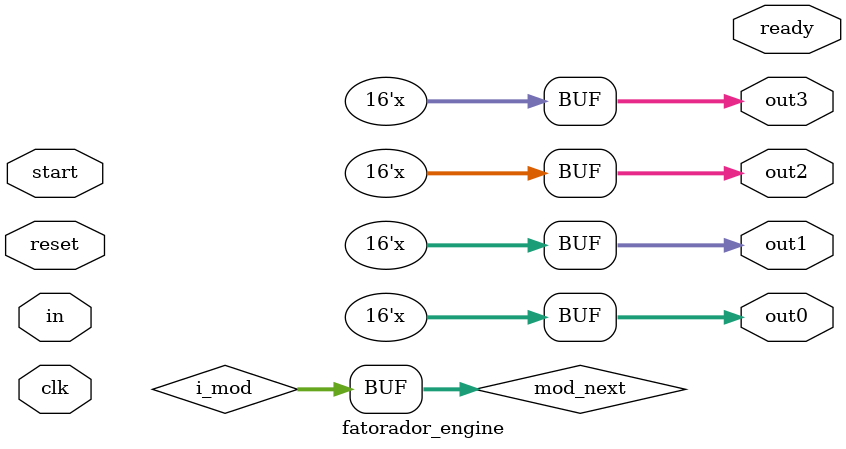
<source format=v>
module fatorador_engine (
    input clk, reset,
    input start,
    input [15:0]in,
    output wire ready,
    output reg [15:0]out0,
    output reg [15:0]out1,
    output reg [15:0]out2,
    output reg [15:0]out3
  );

  // symbolic state declaration:
  localparam[2:0]
    idle = 2'b01,
    op   = 2'b10;

  // signal declaration:
  reg  [1:0]state_reg, state_next = idle;
  reg  [3:0]idx;
  reg [15:0]i, i_reg, i_next, i_mod, mod_next, primes_buff[3:0];
  // FSMD state and data registers:
  always @(posedge clk) begin
    if(reset) begin
      state_reg = idle;
      i_reg = 0;
    end else begin
      state_reg = state_next;
      i_reg = i_next;
      i_mod = mod_next;
    end
  end

  always @(i_reg or i) begin
    mod_next = i_reg % i;
  end

  // Next-state logic and data path functional unit:
  always @(in or i_reg or i_mod or state_reg) begin
    i_next = i_reg;
    state_next = state_reg;
    mod_next = i_mod;
    case(state_reg)
      idle: begin
        i = 2;
        i_next = in;
        state_next = op;
        for(idx = 0; idx < 4; idx = idx + 1) begin
          primes_buff[idx] = 88;
        end
        idx = 0;
      end

      op: begin
        if(i_next > 1) begin
          if(i_next%i == 0) begin
            i_next = i_next / i;
            if(idx > 0) begin
              if(primes_buff[idx - 1] !=  i) begin
                primes_buff[idx] = i;
                idx = idx + 1;  
              end
            end else begin
              primes_buff[idx] = i;
              idx = idx + 1;
            end
          end else begin
            i = i + 1;
          end
        end else begin
          out0 = primes_buff[0];
          out1 = primes_buff[1];
          out2 = primes_buff[2];
          out3 = primes_buff[3];
          state_next = idle;
        end
      end
    endcase
  end
endmodule

</source>
